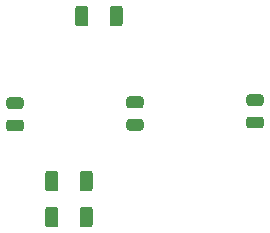
<source format=gbr>
G04 #@! TF.GenerationSoftware,KiCad,Pcbnew,(5.1.6)-1*
G04 #@! TF.CreationDate,2021-06-24T15:04:22+10:00*
G04 #@! TF.ProjectId,BSPD_Accumulator,42535044-5f41-4636-9375-6d756c61746f,rev?*
G04 #@! TF.SameCoordinates,Original*
G04 #@! TF.FileFunction,Paste,Bot*
G04 #@! TF.FilePolarity,Positive*
%FSLAX46Y46*%
G04 Gerber Fmt 4.6, Leading zero omitted, Abs format (unit mm)*
G04 Created by KiCad (PCBNEW (5.1.6)-1) date 2021-06-24 15:04:22*
%MOMM*%
%LPD*%
G01*
G04 APERTURE LIST*
G04 APERTURE END LIST*
G36*
G01*
X87917000Y-69157000D02*
X88867000Y-69157000D01*
G75*
G02*
X89117000Y-69407000I0J-250000D01*
G01*
X89117000Y-69907000D01*
G75*
G02*
X88867000Y-70157000I-250000J0D01*
G01*
X87917000Y-70157000D01*
G75*
G02*
X87667000Y-69907000I0J250000D01*
G01*
X87667000Y-69407000D01*
G75*
G02*
X87917000Y-69157000I250000J0D01*
G01*
G37*
G36*
G01*
X87917000Y-67257000D02*
X88867000Y-67257000D01*
G75*
G02*
X89117000Y-67507000I0J-250000D01*
G01*
X89117000Y-68007000D01*
G75*
G02*
X88867000Y-68257000I-250000J0D01*
G01*
X87917000Y-68257000D01*
G75*
G02*
X87667000Y-68007000I0J250000D01*
G01*
X87667000Y-67507000D01*
G75*
G02*
X87917000Y-67257000I250000J0D01*
G01*
G37*
G36*
G01*
X98077000Y-67066500D02*
X99027000Y-67066500D01*
G75*
G02*
X99277000Y-67316500I0J-250000D01*
G01*
X99277000Y-67816500D01*
G75*
G02*
X99027000Y-68066500I-250000J0D01*
G01*
X98077000Y-68066500D01*
G75*
G02*
X97827000Y-67816500I0J250000D01*
G01*
X97827000Y-67316500D01*
G75*
G02*
X98077000Y-67066500I250000J0D01*
G01*
G37*
G36*
G01*
X98077000Y-68966500D02*
X99027000Y-68966500D01*
G75*
G02*
X99277000Y-69216500I0J-250000D01*
G01*
X99277000Y-69716500D01*
G75*
G02*
X99027000Y-69966500I-250000J0D01*
G01*
X98077000Y-69966500D01*
G75*
G02*
X97827000Y-69716500I0J250000D01*
G01*
X97827000Y-69216500D01*
G75*
G02*
X98077000Y-68966500I250000J0D01*
G01*
G37*
G36*
G01*
X77757000Y-67320500D02*
X78707000Y-67320500D01*
G75*
G02*
X78957000Y-67570500I0J-250000D01*
G01*
X78957000Y-68070500D01*
G75*
G02*
X78707000Y-68320500I-250000J0D01*
G01*
X77757000Y-68320500D01*
G75*
G02*
X77507000Y-68070500I0J250000D01*
G01*
X77507000Y-67570500D01*
G75*
G02*
X77757000Y-67320500I250000J0D01*
G01*
G37*
G36*
G01*
X77757000Y-69220500D02*
X78707000Y-69220500D01*
G75*
G02*
X78957000Y-69470500I0J-250000D01*
G01*
X78957000Y-69970500D01*
G75*
G02*
X78707000Y-70220500I-250000J0D01*
G01*
X77757000Y-70220500D01*
G75*
G02*
X77507000Y-69970500I0J250000D01*
G01*
X77507000Y-69470500D01*
G75*
G02*
X77757000Y-69220500I250000J0D01*
G01*
G37*
G36*
G01*
X83319000Y-61077001D02*
X83319000Y-59826999D01*
G75*
G02*
X83568999Y-59577000I249999J0D01*
G01*
X84194001Y-59577000D01*
G75*
G02*
X84444000Y-59826999I0J-249999D01*
G01*
X84444000Y-61077001D01*
G75*
G02*
X84194001Y-61327000I-249999J0D01*
G01*
X83568999Y-61327000D01*
G75*
G02*
X83319000Y-61077001I0J249999D01*
G01*
G37*
G36*
G01*
X86244000Y-61077001D02*
X86244000Y-59826999D01*
G75*
G02*
X86493999Y-59577000I249999J0D01*
G01*
X87119001Y-59577000D01*
G75*
G02*
X87369000Y-59826999I0J-249999D01*
G01*
X87369000Y-61077001D01*
G75*
G02*
X87119001Y-61327000I-249999J0D01*
G01*
X86493999Y-61327000D01*
G75*
G02*
X86244000Y-61077001I0J249999D01*
G01*
G37*
G36*
G01*
X83704000Y-75047001D02*
X83704000Y-73796999D01*
G75*
G02*
X83953999Y-73547000I249999J0D01*
G01*
X84579001Y-73547000D01*
G75*
G02*
X84829000Y-73796999I0J-249999D01*
G01*
X84829000Y-75047001D01*
G75*
G02*
X84579001Y-75297000I-249999J0D01*
G01*
X83953999Y-75297000D01*
G75*
G02*
X83704000Y-75047001I0J249999D01*
G01*
G37*
G36*
G01*
X80779000Y-75047001D02*
X80779000Y-73796999D01*
G75*
G02*
X81028999Y-73547000I249999J0D01*
G01*
X81654001Y-73547000D01*
G75*
G02*
X81904000Y-73796999I0J-249999D01*
G01*
X81904000Y-75047001D01*
G75*
G02*
X81654001Y-75297000I-249999J0D01*
G01*
X81028999Y-75297000D01*
G75*
G02*
X80779000Y-75047001I0J249999D01*
G01*
G37*
G36*
G01*
X80779000Y-78095001D02*
X80779000Y-76844999D01*
G75*
G02*
X81028999Y-76595000I249999J0D01*
G01*
X81654001Y-76595000D01*
G75*
G02*
X81904000Y-76844999I0J-249999D01*
G01*
X81904000Y-78095001D01*
G75*
G02*
X81654001Y-78345000I-249999J0D01*
G01*
X81028999Y-78345000D01*
G75*
G02*
X80779000Y-78095001I0J249999D01*
G01*
G37*
G36*
G01*
X83704000Y-78095001D02*
X83704000Y-76844999D01*
G75*
G02*
X83953999Y-76595000I249999J0D01*
G01*
X84579001Y-76595000D01*
G75*
G02*
X84829000Y-76844999I0J-249999D01*
G01*
X84829000Y-78095001D01*
G75*
G02*
X84579001Y-78345000I-249999J0D01*
G01*
X83953999Y-78345000D01*
G75*
G02*
X83704000Y-78095001I0J249999D01*
G01*
G37*
M02*

</source>
